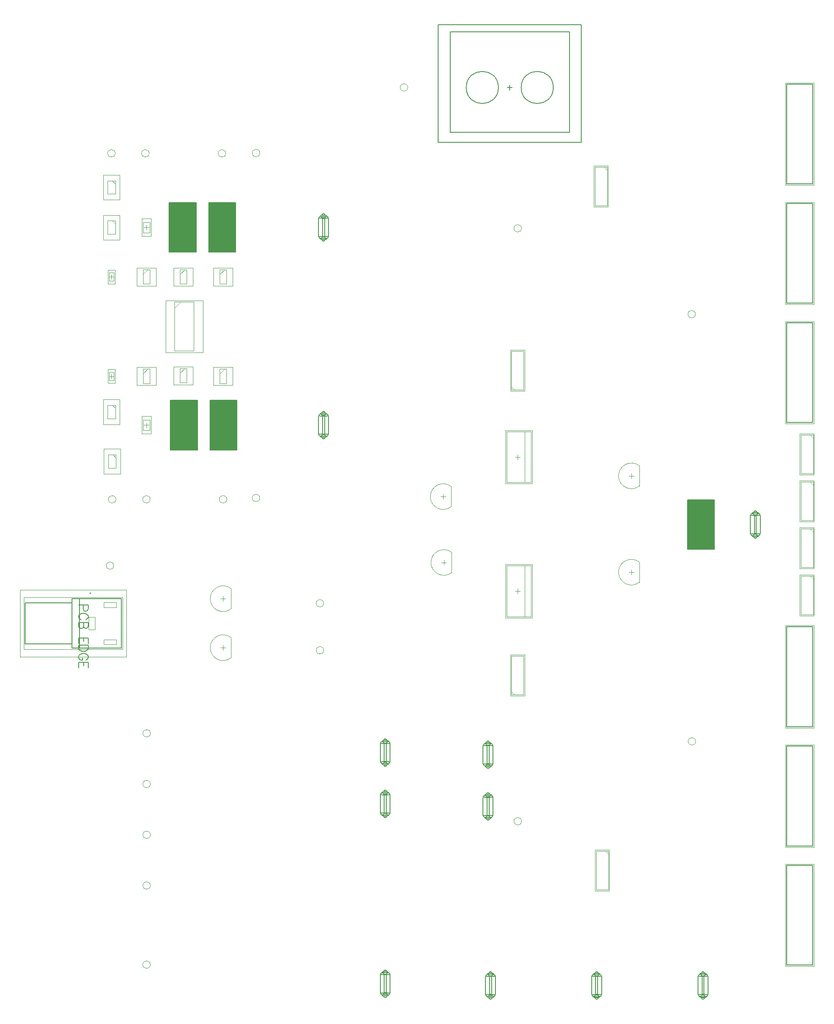
<source format=gko>
G04*
G04 #@! TF.GenerationSoftware,Altium Limited,Altium Designer,18.0.7 (293)*
G04*
G04 Layer_Color=16711935*
%FSLAX25Y25*%
%MOIN*%
G70*
G01*
G75*
%ADD10C,0.00500*%
%ADD11C,0.00600*%
%ADD12C,0.00787*%
%ADD18C,0.00394*%
%ADD24C,0.00000*%
%ADD25C,0.00781*%
%ADD26C,0.00300*%
%ADD27C,0.00197*%
G36*
X99150Y492640D02*
Y453140D01*
X77650D01*
Y492640D01*
X99150D01*
D02*
G37*
G36*
X98264Y650072D02*
Y610572D01*
X76764D01*
Y650072D01*
X98264D01*
D02*
G37*
G36*
X130646Y492640D02*
Y453140D01*
X109146D01*
Y492640D01*
X130646D01*
D02*
G37*
G36*
X129760Y650072D02*
Y610572D01*
X108260D01*
Y650072D01*
X129760D01*
D02*
G37*
G36*
X511000Y413402D02*
Y373902D01*
X489500D01*
Y413402D01*
X511000D01*
D02*
G37*
D10*
X568724Y122441D02*
X589197D01*
Y42913D02*
Y122441D01*
X568724Y42913D02*
X589197D01*
X568724D02*
Y122441D01*
X589197D01*
Y42913D02*
Y122441D01*
X568724Y42913D02*
X589197D01*
X568724D02*
Y122441D01*
Y744488D02*
X589197D01*
Y664961D02*
Y744488D01*
X568724Y664961D02*
X589197D01*
X568724D02*
Y744488D01*
X589197D01*
Y664961D02*
Y744488D01*
X568724Y664961D02*
X589197D01*
X568724D02*
Y744488D01*
Y312244D02*
X589197D01*
Y232717D02*
Y312244D01*
X568724Y232717D02*
X589197D01*
X568724D02*
Y312244D01*
X589197D01*
Y232717D02*
Y312244D01*
X568724Y232717D02*
X589197D01*
X568724D02*
Y312244D01*
Y554528D02*
X589197D01*
Y475000D02*
Y554528D01*
X568724Y475000D02*
X589197D01*
X568724D02*
Y554528D01*
X589197D01*
Y475000D02*
Y554528D01*
X568724Y475000D02*
X589197D01*
X568724D02*
Y554528D01*
Y217343D02*
X589197D01*
Y137815D02*
Y217343D01*
X568724Y137815D02*
X589197D01*
X568724D02*
Y217343D01*
X589197D01*
Y137815D02*
Y217343D01*
X568724Y137815D02*
X589197D01*
X568724D02*
Y217343D01*
Y649508D02*
X589197D01*
Y569980D02*
Y649508D01*
X568724Y569980D02*
X589197D01*
X568724D02*
Y649508D01*
X589197D01*
Y569980D02*
Y649508D01*
X568724Y569980D02*
X589197D01*
X568724D02*
Y649508D01*
X5217Y334646D02*
X38681D01*
X-689D02*
X5217D01*
X-689Y331299D02*
Y334646D01*
Y298622D02*
Y331299D01*
Y295276D02*
Y298622D01*
Y295276D02*
X5217D01*
X38681D01*
Y334646D01*
X-38091Y331299D02*
X-689D01*
X-38091Y298622D02*
Y331299D01*
Y298622D02*
X-689D01*
X5217Y295276D02*
Y334646D01*
X38681D01*
X-689D02*
X5217D01*
X-689Y331299D02*
Y334646D01*
Y298622D02*
Y331299D01*
Y295276D02*
Y298622D01*
Y295276D02*
X5217D01*
X38681D01*
Y334646D01*
X-38091Y331299D02*
X-689D01*
X-38091Y298622D02*
Y331299D01*
Y298622D02*
X-689D01*
X5217Y295276D02*
Y334646D01*
X329832Y17936D02*
G03*
X331824Y16881I1976J1321D01*
G01*
X333532Y16879D02*
G03*
X335506Y17917I11J2376D01*
G01*
X331823Y36564D02*
G03*
X329849Y35527I-11J-2376D01*
G01*
X335522Y35508D02*
G03*
X333530Y36563I-1976J-1321D01*
G01*
X328995Y34074D02*
G03*
X328729Y33809I87J-354D01*
G01*
X331878Y33883D02*
G03*
X328995Y34074I-4288J-43031D01*
G01*
X331878Y19560D02*
G03*
X328995Y19370I41749J-654584D01*
G01*
X328729Y19635D02*
G03*
X328995Y19370I357J92D01*
G01*
X333476Y33883D02*
G03*
X336360Y34074I-41797J655314D01*
G01*
X336626Y33809D02*
G03*
X336360Y34074I-357J-92D01*
G01*
X336360Y19370D02*
G03*
X336626Y19635I-87J354D01*
G01*
X333476Y19560D02*
G03*
X336360Y19370I4288J43031D01*
G01*
X331878Y19032D02*
G03*
X330617Y17864I3661J-5218D01*
G01*
X328729Y19635D02*
G03*
X330500Y17864I1772J0D01*
G01*
X336626Y33809D02*
G03*
X334854Y35580I-1772J0D01*
G01*
X330500D02*
G03*
X328729Y33809I0J-1772D01*
G01*
X334854Y17864D02*
G03*
X336626Y19635I0J1772D01*
G01*
X331496Y16879D02*
G03*
X333858Y16879I1181J0D01*
G01*
Y36564D02*
G03*
X331496Y36564I-1181J0D01*
G01*
X414387Y17935D02*
G03*
X416378Y16879I1976J1321D01*
G01*
X418086Y16878D02*
G03*
X420060Y17916I11J2376D01*
G01*
X416377Y36563D02*
G03*
X414403Y35525I-11J-2376D01*
G01*
X420077Y35506D02*
G03*
X418085Y36562I-1976J-1321D01*
G01*
X413549Y34072D02*
G03*
X413283Y33807I87J-354D01*
G01*
X416433Y33882D02*
G03*
X413549Y34072I-4288J-43031D01*
G01*
X416433Y19559D02*
G03*
X413549Y19369I41749J-654584D01*
G01*
X413283Y19634D02*
G03*
X413549Y19369I357J92D01*
G01*
X418031Y33882D02*
G03*
X420914Y34072I-41797J655314D01*
G01*
X421180Y33807D02*
G03*
X420914Y34072I-357J-92D01*
G01*
X420914Y19369D02*
G03*
X421180Y19634I-87J354D01*
G01*
X418031Y19559D02*
G03*
X420914Y19369I4288J43031D01*
G01*
X416433Y19030D02*
G03*
X415171Y17862I3661J-5218D01*
G01*
X413283Y19634D02*
G03*
X415055Y17862I1772J0D01*
G01*
X421180Y33807D02*
G03*
X419409Y35579I-1772J0D01*
G01*
X415055D02*
G03*
X413283Y33807I0J-1772D01*
G01*
X419409Y17862D02*
G03*
X421180Y19634I0J1772D01*
G01*
X416050Y16878D02*
G03*
X418413Y16878I1181J0D01*
G01*
Y36563D02*
G03*
X416050Y36563I-1181J0D01*
G01*
X245974Y19273D02*
G03*
X247966Y18218I1976J1321D01*
G01*
X249673Y18216D02*
G03*
X251647Y19254I11J2376D01*
G01*
X247965Y37901D02*
G03*
X245991Y36864I-11J-2376D01*
G01*
X251664Y36845D02*
G03*
X249672Y37900I-1976J-1321D01*
G01*
X245137Y35411D02*
G03*
X244870Y35146I87J-354D01*
G01*
X248020Y35220D02*
G03*
X245137Y35411I-4288J-43031D01*
G01*
X248020Y20898D02*
G03*
X245137Y20707I41749J-654584D01*
G01*
X244870Y20972D02*
G03*
X245137Y20707I357J92D01*
G01*
X249618Y35220D02*
G03*
X252501Y35411I-41797J655314D01*
G01*
X252767Y35146D02*
G03*
X252501Y35411I-357J-92D01*
G01*
X252501Y20707D02*
G03*
X252767Y20972I-87J354D01*
G01*
X249618Y20898D02*
G03*
X252501Y20707I4288J43031D01*
G01*
X248020Y20369D02*
G03*
X246758Y19201I3661J-5218D01*
G01*
X244870Y20972D02*
G03*
X246642Y19201I1772J0D01*
G01*
X252767Y35146D02*
G03*
X250996Y36917I-1772J0D01*
G01*
X246642D02*
G03*
X244870Y35146I0J-1772D01*
G01*
X250996Y19201D02*
G03*
X252767Y20972I0J1772D01*
G01*
X247638Y18216D02*
G03*
X250000Y18216I1181J0D01*
G01*
Y37901D02*
G03*
X247638Y37901I-1181J0D01*
G01*
X327864Y201610D02*
G03*
X329855Y200554I1976J1321D01*
G01*
X331563Y200553D02*
G03*
X333537Y201590I11J2376D01*
G01*
X329854Y220238D02*
G03*
X327880Y219200I-11J-2376D01*
G01*
X333554Y219181D02*
G03*
X331562Y220236I-1976J-1321D01*
G01*
X327026Y217747D02*
G03*
X326760Y217482I87J-354D01*
G01*
X329910Y217557D02*
G03*
X327026Y217747I-4288J-43031D01*
G01*
X329910Y203234D02*
G03*
X327026Y203044I41749J-654584D01*
G01*
X326760Y203309D02*
G03*
X327026Y203044I357J92D01*
G01*
X331508Y217557D02*
G03*
X334391Y217747I-41797J655314D01*
G01*
X334657Y217482D02*
G03*
X334391Y217747I-357J-92D01*
G01*
X334391Y203044D02*
G03*
X334657Y203309I-87J354D01*
G01*
X331508Y203234D02*
G03*
X334391Y203044I4288J43031D01*
G01*
X329910Y202705D02*
G03*
X328648Y201537I3661J-5218D01*
G01*
X326760Y203309D02*
G03*
X328532Y201537I1772J0D01*
G01*
X334657Y217482D02*
G03*
X332886Y219253I-1772J0D01*
G01*
X328532D02*
G03*
X326760Y217482I0J-1772D01*
G01*
X332886Y201537D02*
G03*
X334657Y203309I0J1772D01*
G01*
X329528Y200553D02*
G03*
X331890Y200553I1181J0D01*
G01*
Y220238D02*
G03*
X329528Y220238I-1181J0D01*
G01*
X245974Y203340D02*
G03*
X247966Y202285I1976J1321D01*
G01*
X249673Y202283D02*
G03*
X251647Y203321I11J2376D01*
G01*
X247965Y221969D02*
G03*
X245991Y220931I-11J-2376D01*
G01*
X251664Y220912D02*
G03*
X249672Y221967I-1976J-1321D01*
G01*
X245137Y219478D02*
G03*
X244870Y219213I87J-354D01*
G01*
X248020Y219287D02*
G03*
X245137Y219478I-4288J-43031D01*
G01*
X248020Y204964D02*
G03*
X245137Y204774I41749J-654584D01*
G01*
X244870Y205039D02*
G03*
X245137Y204774I357J92D01*
G01*
X249618Y219287D02*
G03*
X252501Y219478I-41797J655314D01*
G01*
X252767Y219213D02*
G03*
X252501Y219478I-357J-92D01*
G01*
X252501Y204774D02*
G03*
X252767Y205039I-87J354D01*
G01*
X249618Y204964D02*
G03*
X252501Y204774I4288J43031D01*
G01*
X248020Y204436D02*
G03*
X246758Y203268I3661J-5218D01*
G01*
X244870Y205039D02*
G03*
X246642Y203268I1772J0D01*
G01*
X252767Y219213D02*
G03*
X250996Y220984I-1772J0D01*
G01*
X246642D02*
G03*
X244870Y219213I0J-1772D01*
G01*
X250996Y203268D02*
G03*
X252767Y205039I0J1772D01*
G01*
X247638Y202283D02*
G03*
X250000Y202283I1181J0D01*
G01*
Y221969D02*
G03*
X247638Y221969I-1181J0D01*
G01*
X202511Y481676D02*
G03*
X200519Y482731I-1976J-1321D01*
G01*
X198811Y482733D02*
G03*
X196837Y481695I-11J-2376D01*
G01*
X200520Y463048D02*
G03*
X202494Y464085I11J2376D01*
G01*
X196821Y464105D02*
G03*
X198813Y463049I1976J1321D01*
G01*
X203348Y465539D02*
G03*
X203614Y465804I-87J354D01*
G01*
X200465Y465729D02*
G03*
X203348Y465539I4288J43031D01*
G01*
X200465Y480052D02*
G03*
X203348Y480242I-41749J654584D01*
G01*
X203614Y479977D02*
G03*
X203348Y480242I-357J-92D01*
G01*
X198867Y465729D02*
G03*
X195983Y465539I41797J-655314D01*
G01*
X195717Y465804D02*
G03*
X195983Y465539I357J92D01*
G01*
X195983Y480242D02*
G03*
X195717Y479977I87J-354D01*
G01*
X198867Y480052D02*
G03*
X195983Y480242I-4288J-43031D01*
G01*
X200465Y480580D02*
G03*
X201726Y481748I-3661J5218D01*
G01*
X203614Y479977D02*
G03*
X201843Y481748I-1772J0D01*
G01*
X195717Y465803D02*
G03*
X197489Y464032I1772J0D01*
G01*
X201843D02*
G03*
X203614Y465803I0J1772D01*
G01*
X197489Y481748D02*
G03*
X195717Y479977I0J-1772D01*
G01*
X200847Y482733D02*
G03*
X198485Y482733I-1181J0D01*
G01*
Y463048D02*
G03*
X200847Y463048I1181J0D01*
G01*
X196821Y621536D02*
G03*
X198813Y620481I1976J1321D01*
G01*
X200520Y620479D02*
G03*
X202494Y621517I11J2376D01*
G01*
X198811Y640165D02*
G03*
X196837Y639127I-11J-2376D01*
G01*
X202511Y639108D02*
G03*
X200519Y640163I-1976J-1321D01*
G01*
X195983Y637674D02*
G03*
X195717Y637409I87J-354D01*
G01*
X198867Y637484D02*
G03*
X195983Y637674I-4288J-43031D01*
G01*
X198867Y623161D02*
G03*
X195983Y622970I41749J-654584D01*
G01*
X195717Y623236D02*
G03*
X195983Y622970I357J92D01*
G01*
X200465Y637484D02*
G03*
X203348Y637674I-41797J655314D01*
G01*
X203614Y637409D02*
G03*
X203348Y637674I-357J-92D01*
G01*
X203348Y622970D02*
G03*
X203614Y623236I-87J354D01*
G01*
X200465Y623161D02*
G03*
X203348Y622970I4288J43031D01*
G01*
X198867Y622632D02*
G03*
X197605Y621464I3661J-5218D01*
G01*
X195717Y623236D02*
G03*
X197489Y621464I1772J0D01*
G01*
X203614Y637409D02*
G03*
X201843Y639180I-1772J0D01*
G01*
X197489D02*
G03*
X195717Y637409I0J-1772D01*
G01*
X201843Y621464D02*
G03*
X203614Y623236I0J1772D01*
G01*
X198485Y620479D02*
G03*
X200847Y620479I1181J0D01*
G01*
Y640165D02*
G03*
X198485Y640165I-1181J0D01*
G01*
X245973Y162474D02*
G03*
X247965Y161419I1976J1321D01*
G01*
X249673Y161417D02*
G03*
X251647Y162455I11J2376D01*
G01*
X247964Y181102D02*
G03*
X245990Y180065I-11J-2376D01*
G01*
X251663Y180045D02*
G03*
X249671Y181101I-1976J-1321D01*
G01*
X245136Y178612D02*
G03*
X244870Y178347I87J-354D01*
G01*
X248019Y178421D02*
G03*
X245136Y178612I-4288J-43031D01*
G01*
X248019Y164098D02*
G03*
X245136Y163908I41749J-654584D01*
G01*
X244870Y164173D02*
G03*
X245136Y163908I357J92D01*
G01*
X249617Y178421D02*
G03*
X252501Y178612I-41797J655314D01*
G01*
X252767Y178347D02*
G03*
X252501Y178612I-357J-92D01*
G01*
X252501Y163908D02*
G03*
X252767Y164173I-87J354D01*
G01*
X249617Y164098D02*
G03*
X252501Y163908I4288J43031D01*
G01*
X248019Y163570D02*
G03*
X246758Y162402I3661J-5218D01*
G01*
X244870Y164173D02*
G03*
X246641Y162402I1772J0D01*
G01*
X252767Y178347D02*
G03*
X250995Y180118I-1772J0D01*
G01*
X246641D02*
G03*
X244870Y178347I0J-1772D01*
G01*
X250995Y162402D02*
G03*
X252767Y164173I0J1772D01*
G01*
X247637Y161417D02*
G03*
X249999Y161417I1181J0D01*
G01*
Y181102D02*
G03*
X247637Y181102I-1181J0D01*
G01*
X327864Y160506D02*
G03*
X329855Y159450I1976J1321D01*
G01*
X331563Y159449D02*
G03*
X333537Y160487I11J2376D01*
G01*
X329854Y179134D02*
G03*
X327880Y178096I-11J-2376D01*
G01*
X333554Y178077D02*
G03*
X331562Y179133I-1976J-1321D01*
G01*
X327026Y176643D02*
G03*
X326760Y176378I87J-354D01*
G01*
X329909Y176453D02*
G03*
X327026Y176643I-4288J-43031D01*
G01*
X329909Y162130D02*
G03*
X327026Y161940I41749J-654584D01*
G01*
X326760Y162205D02*
G03*
X327026Y161940I357J92D01*
G01*
X331507Y176453D02*
G03*
X334391Y176643I-41797J655314D01*
G01*
X334657Y176378D02*
G03*
X334391Y176643I-357J-92D01*
G01*
X334391Y161940D02*
G03*
X334657Y162205I-87J354D01*
G01*
X331507Y162130D02*
G03*
X334391Y161940I4288J43031D01*
G01*
X329909Y161601D02*
G03*
X328648Y160433I3661J-5218D01*
G01*
X326760Y162205D02*
G03*
X328532Y160433I1772J0D01*
G01*
X334657Y176378D02*
G03*
X332886Y178150I-1772J0D01*
G01*
X328532D02*
G03*
X326760Y176378I0J-1772D01*
G01*
X332886Y160433D02*
G03*
X334657Y162205I0J1772D01*
G01*
X329527Y159449D02*
G03*
X331890Y159449I1181J0D01*
G01*
Y179134D02*
G03*
X329527Y179134I-1181J0D01*
G01*
X499124Y17935D02*
G03*
X501115Y16879I1976J1321D01*
G01*
X502823Y16878D02*
G03*
X504797Y17916I11J2376D01*
G01*
X501114Y36563D02*
G03*
X499140Y35525I-11J-2376D01*
G01*
X504813Y35506D02*
G03*
X502822Y36562I-1976J-1321D01*
G01*
X498286Y34072D02*
G03*
X498020Y33807I87J-354D01*
G01*
X501169Y33882D02*
G03*
X498286Y34072I-4288J-43031D01*
G01*
X501169Y19559D02*
G03*
X498286Y19369I41749J-654584D01*
G01*
X498020Y19634D02*
G03*
X498286Y19369I357J92D01*
G01*
X502768Y33882D02*
G03*
X505651Y34072I-41797J655314D01*
G01*
X505917Y33807D02*
G03*
X505651Y34072I-357J-92D01*
G01*
X505651Y19369D02*
G03*
X505917Y19634I-87J354D01*
G01*
X502768Y19559D02*
G03*
X505651Y19369I4288J43031D01*
G01*
X501169Y19030D02*
G03*
X499908Y17862I3661J-5218D01*
G01*
X498020Y19634D02*
G03*
X499792Y17862I1772J0D01*
G01*
X505917Y33807D02*
G03*
X504145Y35579I-1772J0D01*
G01*
X499792D02*
G03*
X498020Y33807I0J-1772D01*
G01*
X504145Y17862D02*
G03*
X505917Y19634I0J1772D01*
G01*
X500787Y16878D02*
G03*
X503150Y16878I1181J0D01*
G01*
Y36563D02*
G03*
X500787Y36563I-1181J0D01*
G01*
X540791Y384915D02*
G03*
X542782Y383859I1976J1321D01*
G01*
X544490Y383858D02*
G03*
X546464Y384896I11J2376D01*
G01*
X542781Y403543D02*
G03*
X540807Y402506I-11J-2376D01*
G01*
X546480Y402486D02*
G03*
X544489Y403542I-1976J-1321D01*
G01*
X539953Y401053D02*
G03*
X539687Y400787I87J-354D01*
G01*
X542837Y400862D02*
G03*
X539953Y401053I-4288J-43031D01*
G01*
X542837Y386539D02*
G03*
X539953Y386349I41749J-654584D01*
G01*
X539687Y386614D02*
G03*
X539953Y386349I357J92D01*
G01*
X544434Y400862D02*
G03*
X547318Y401053I-41797J655314D01*
G01*
X547584Y400787D02*
G03*
X547318Y401053I-357J-92D01*
G01*
X547318Y386349D02*
G03*
X547584Y386614I-87J354D01*
G01*
X544434Y386539D02*
G03*
X547318Y386349I4288J43031D01*
G01*
X542837Y386011D02*
G03*
X541575Y384842I3661J-5218D01*
G01*
X539687Y386614D02*
G03*
X541459Y384842I1772J0D01*
G01*
X547584Y400787D02*
G03*
X545812Y402559I-1772J0D01*
G01*
X541459D02*
G03*
X539687Y400787I0J-1772D01*
G01*
X545812Y384842D02*
G03*
X547584Y386614I0J1772D01*
G01*
X542454Y383858D02*
G03*
X544817Y383858I1181J0D01*
G01*
Y403543D02*
G03*
X542454Y403543I-1181J0D01*
G01*
X335522Y17935D02*
X335540Y17962D01*
X335599Y18042D01*
X329760Y18037D02*
X329828Y17943D01*
X329832Y17936D01*
X329815Y35482D02*
X329832Y35510D01*
X329755Y35402D02*
X329815Y35482D01*
X335526Y35501D02*
X335595Y35407D01*
X335522Y35508D02*
X335526Y35501D01*
X333476Y34412D02*
X333554Y34423D01*
X333646Y34465D01*
X333745Y34540D01*
X333830Y34622D01*
X334051Y34885D01*
X334239Y35125D01*
X334407Y35330D01*
X334555Y35481D01*
X334655Y35555D01*
X334738Y35580D01*
X330617D02*
X330722Y35541D01*
X330861Y35423D01*
X331045Y35214D01*
X331273Y34924D01*
X331391Y34775D01*
X331526Y34621D01*
X331621Y34530D01*
X331740Y34448D01*
X331817Y34419D01*
X331878Y34412D01*
X334689Y17873D02*
X334738Y17864D01*
X334632Y17903D02*
X334689Y17873D01*
X334567Y17952D02*
X334632Y17903D01*
X334493Y18021D02*
X334567Y17952D01*
X334406Y18115D02*
X334493Y18021D01*
X334309Y18230D02*
X334406Y18115D01*
X334201Y18366D02*
X334309Y18230D01*
X334082Y18520D02*
X334201Y18366D01*
X333964Y18668D02*
X334082Y18520D01*
X333828Y18823D02*
X333964Y18668D01*
X333783Y18869D02*
X333828Y18823D01*
X333733Y18914D02*
X333783Y18869D01*
X333678Y18958D02*
X333733Y18914D01*
X333614Y18996D02*
X333678Y18958D01*
X333577Y19013D02*
X333614Y18996D01*
X333537Y19025D02*
X333577Y19013D01*
X333507Y19030D02*
X333537Y19025D01*
X333476Y19032D02*
X333507Y19030D01*
X331824Y16881D02*
X333531Y16879D01*
X331823Y36564D02*
X333530Y36563D01*
X331878Y19032D02*
Y34412D01*
X328729Y19635D02*
Y33809D01*
X336626Y19635D02*
Y33809D01*
X333476Y19032D02*
Y34412D01*
X331878Y33883D02*
X333476D01*
X331878Y19561D02*
X333476D01*
X331878Y19032D02*
X333476D01*
X331878Y34412D02*
X333476D01*
X330500Y35580D02*
X334854D01*
X330500Y17864D02*
X334854D01*
X420076Y17934D02*
X420094Y17961D01*
X420154Y18041D01*
X414314Y18035D02*
X414382Y17942D01*
X414387Y17935D01*
X414369Y35480D02*
X414386Y35508D01*
X414310Y35400D02*
X414369Y35480D01*
X420081Y35500D02*
X420149Y35406D01*
X420077Y35506D02*
X420081Y35500D01*
X418031Y34411D02*
X418108Y34422D01*
X418200Y34464D01*
X418300Y34538D01*
X418384Y34620D01*
X418605Y34883D01*
X418793Y35124D01*
X418962Y35329D01*
X419109Y35479D01*
X419209Y35553D01*
X419292Y35579D01*
X415171D02*
X415276Y35540D01*
X415415Y35421D01*
X415599Y35212D01*
X415827Y34923D01*
X415945Y34774D01*
X416080Y34620D01*
X416176Y34528D01*
X416295Y34446D01*
X416372Y34418D01*
X416433Y34411D01*
X419244Y17872D02*
X419292Y17862D01*
X419187Y17901D02*
X419244Y17872D01*
X419121Y17951D02*
X419187Y17901D01*
X419048Y18020D02*
X419121Y17951D01*
X418960Y18114D02*
X419048Y18020D01*
X418864Y18229D02*
X418960Y18114D01*
X418756Y18365D02*
X418864Y18229D01*
X418636Y18518D02*
X418756Y18365D01*
X418518Y18666D02*
X418636Y18518D01*
X418383Y18822D02*
X418518Y18666D01*
X418337Y18868D02*
X418383Y18822D01*
X418288Y18913D02*
X418337Y18868D01*
X418232Y18956D02*
X418288Y18913D01*
X418168Y18995D02*
X418232Y18956D01*
X418132Y19011D02*
X418168Y18995D01*
X418091Y19024D02*
X418132Y19011D01*
X418062Y19029D02*
X418091Y19024D01*
X418031Y19030D02*
X418062Y19029D01*
X416378Y16879D02*
X418086Y16878D01*
X416377Y36563D02*
X418085Y36562D01*
X416433Y19030D02*
Y34411D01*
X413283Y19634D02*
Y33807D01*
X421180Y19634D02*
Y33807D01*
X418031Y19030D02*
Y34411D01*
X416433Y33882D02*
X418031D01*
X416433Y19559D02*
X418031D01*
X416433Y19030D02*
X418031D01*
X416433Y34411D02*
X418031D01*
X415055Y35579D02*
X419409D01*
X415055Y17862D02*
X419409D01*
X251663Y19272D02*
X251682Y19299D01*
X251741Y19379D01*
X245902Y19374D02*
X245970Y19280D01*
X245974Y19273D01*
X245956Y36819D02*
X245973Y36847D01*
X245897Y36739D02*
X245956Y36819D01*
X251668Y36838D02*
X251736Y36744D01*
X251664Y36845D02*
X251668Y36838D01*
X249618Y35749D02*
X249696Y35760D01*
X249788Y35802D01*
X249887Y35876D01*
X249971Y35959D01*
X250193Y36222D01*
X250380Y36462D01*
X250549Y36667D01*
X250696Y36818D01*
X250797Y36892D01*
X250879Y36917D01*
X246758D02*
X246864Y36878D01*
X247003Y36760D01*
X247187Y36551D01*
X247414Y36261D01*
X247532Y36112D01*
X247668Y35958D01*
X247763Y35867D01*
X247882Y35785D01*
X247959Y35756D01*
X248020Y35749D01*
X250831Y19210D02*
X250879Y19201D01*
X250774Y19240D02*
X250831Y19210D01*
X250709Y19289D02*
X250774Y19240D01*
X250635Y19358D02*
X250709Y19289D01*
X250548Y19452D02*
X250635Y19358D01*
X250451Y19567D02*
X250548Y19452D01*
X250343Y19703D02*
X250451Y19567D01*
X250223Y19857D02*
X250343Y19703D01*
X250106Y20005D02*
X250223Y19857D01*
X249970Y20160D02*
X250106Y20005D01*
X249925Y20206D02*
X249970Y20160D01*
X249875Y20251D02*
X249925Y20206D01*
X249819Y20295D02*
X249875Y20251D01*
X249756Y20333D02*
X249819Y20295D01*
X249719Y20350D02*
X249756Y20333D01*
X249679Y20362D02*
X249719Y20350D01*
X249649Y20367D02*
X249679Y20362D01*
X249618Y20369D02*
X249649Y20367D01*
X247966Y18218D02*
X249673Y18216D01*
X247965Y37901D02*
X249672Y37900D01*
X248020Y20369D02*
Y35749D01*
X244870Y20972D02*
Y35146D01*
X252768Y20972D02*
Y35146D01*
X249618Y20369D02*
Y35749D01*
X248020Y35220D02*
X249618D01*
X248020Y20897D02*
X249618D01*
X248020Y20369D02*
X249618D01*
X248020Y35749D02*
X249618D01*
X246642Y36917D02*
X250996D01*
X246642Y19201D02*
X250996D01*
X333553Y201608D02*
X333571Y201635D01*
X333631Y201715D01*
X327791Y201710D02*
X327859Y201616D01*
X327864Y201610D01*
X327846Y219155D02*
X327863Y219183D01*
X327787Y219075D02*
X327846Y219155D01*
X333558Y219174D02*
X333626Y219081D01*
X333554Y219181D02*
X333558Y219174D01*
X331508Y218085D02*
X331585Y218097D01*
X331677Y218139D01*
X331777Y218213D01*
X331861Y218295D01*
X332082Y218558D01*
X332270Y218799D01*
X332439Y219004D01*
X332586Y219154D01*
X332687Y219228D01*
X332769Y219253D01*
X328648D02*
X328753Y219214D01*
X328893Y219096D01*
X329077Y218887D01*
X329304Y218597D01*
X329422Y218448D01*
X329557Y218294D01*
X329653Y218203D01*
X329772Y218121D01*
X329849Y218092D01*
X329910Y218085D01*
X332721Y201547D02*
X332769Y201537D01*
X332664Y201576D02*
X332721Y201547D01*
X332598Y201626D02*
X332664Y201576D01*
X332525Y201695D02*
X332598Y201626D01*
X332437Y201789D02*
X332525Y201695D01*
X332341Y201903D02*
X332437Y201789D01*
X332233Y202039D02*
X332341Y201903D01*
X332113Y202193D02*
X332233Y202039D01*
X331996Y202341D02*
X332113Y202193D01*
X331860Y202496D02*
X331996Y202341D01*
X331814Y202542D02*
X331860Y202496D01*
X331765Y202588D02*
X331814Y202542D01*
X331709Y202631D02*
X331765Y202588D01*
X331646Y202670D02*
X331709Y202631D01*
X331609Y202686D02*
X331646Y202670D01*
X331569Y202698D02*
X331609Y202686D01*
X331539Y202703D02*
X331569Y202698D01*
X331508Y202705D02*
X331539Y202703D01*
X329856Y200554D02*
X331563Y200553D01*
X329854Y220238D02*
X331562Y220236D01*
X329910Y202705D02*
Y218085D01*
X326760Y203309D02*
Y217482D01*
X334657Y203309D02*
Y217482D01*
X331508Y202705D02*
Y218085D01*
X329910Y217557D02*
X331508D01*
X329910Y203234D02*
X331508D01*
X329910Y202705D02*
X331508D01*
X329910Y218085D02*
X331508D01*
X328532Y219253D02*
X332886D01*
X328532Y201537D02*
X332886D01*
X251663Y203339D02*
X251682Y203366D01*
X251741Y203446D01*
X245902Y203441D02*
X245970Y203347D01*
X245974Y203340D01*
X245956Y220886D02*
X245973Y220914D01*
X245897Y220806D02*
X245956Y220886D01*
X251668Y220905D02*
X251736Y220811D01*
X251664Y220912D02*
X251668Y220905D01*
X249618Y219816D02*
X249696Y219827D01*
X249788Y219869D01*
X249887Y219943D01*
X249971Y220026D01*
X250193Y220289D01*
X250380Y220529D01*
X250549Y220734D01*
X250696Y220885D01*
X250797Y220959D01*
X250879Y220984D01*
X246758D02*
X246864Y220945D01*
X247003Y220827D01*
X247187Y220618D01*
X247414Y220328D01*
X247532Y220179D01*
X247668Y220025D01*
X247763Y219934D01*
X247882Y219852D01*
X247959Y219823D01*
X248020Y219816D01*
X250831Y203277D02*
X250879Y203268D01*
X250774Y203307D02*
X250831Y203277D01*
X250709Y203356D02*
X250774Y203307D01*
X250635Y203425D02*
X250709Y203356D01*
X250548Y203519D02*
X250635Y203425D01*
X250451Y203634D02*
X250548Y203519D01*
X250343Y203770D02*
X250451Y203634D01*
X250223Y203924D02*
X250343Y203770D01*
X250106Y204072D02*
X250223Y203924D01*
X249970Y204227D02*
X250106Y204072D01*
X249925Y204273D02*
X249970Y204227D01*
X249875Y204318D02*
X249925Y204273D01*
X249819Y204362D02*
X249875Y204318D01*
X249756Y204400D02*
X249819Y204362D01*
X249719Y204417D02*
X249756Y204400D01*
X249679Y204429D02*
X249719Y204417D01*
X249649Y204434D02*
X249679Y204429D01*
X249618Y204436D02*
X249649Y204434D01*
X247966Y202285D02*
X249673Y202283D01*
X247965Y221968D02*
X249672Y221967D01*
X248020Y204436D02*
Y219816D01*
X244870Y205039D02*
Y219213D01*
X252768Y205039D02*
Y219213D01*
X249618Y204436D02*
Y219816D01*
X248020Y219287D02*
X249618D01*
X248020Y204965D02*
X249618D01*
X248020Y204436D02*
X249618D01*
X248020Y219816D02*
X249618D01*
X246642Y220984D02*
X250996D01*
X246642Y203268D02*
X250996D01*
X196803Y481650D02*
X196821Y481677D01*
X196744Y481570D02*
X196803Y481650D01*
X202515Y481669D02*
X202583Y481575D01*
X202511Y481676D02*
X202515Y481669D01*
X202511Y464102D02*
X202528Y464130D01*
X202588Y464210D01*
X196748Y464205D02*
X196816Y464111D01*
X196821Y464105D01*
X198789Y465189D02*
X198867Y465200D01*
X198697Y465147D02*
X198789Y465189D01*
X198597Y465073D02*
X198697Y465147D01*
X198513Y464990D02*
X198597Y465073D01*
X198292Y464727D02*
X198513Y464990D01*
X198104Y464487D02*
X198292Y464727D01*
X197935Y464282D02*
X198104Y464487D01*
X197788Y464131D02*
X197935Y464282D01*
X197688Y464058D02*
X197788Y464131D01*
X197605Y464032D02*
X197688Y464058D01*
X201621Y464071D02*
X201726Y464032D01*
X201482Y464189D02*
X201621Y464071D01*
X201298Y464398D02*
X201482Y464189D01*
X201070Y464688D02*
X201298Y464398D01*
X200952Y464837D02*
X201070Y464688D01*
X200817Y464991D02*
X200952Y464837D01*
X200722Y465083D02*
X200817Y464991D01*
X200603Y465165D02*
X200722Y465083D01*
X200526Y465193D02*
X200603Y465165D01*
X200465Y465200D02*
X200526Y465193D01*
X197605Y481748D02*
X197654Y481739D01*
X197710Y481709D01*
X197776Y481660D01*
X197850Y481591D01*
X197937Y481497D01*
X198034Y481382D01*
X198142Y481246D01*
X198261Y481092D01*
X198379Y480944D01*
X198514Y480789D01*
X198560Y480743D01*
X198610Y480698D01*
X198665Y480654D01*
X198729Y480616D01*
X198766Y480600D01*
X198806Y480587D01*
X198836Y480582D01*
X198867Y480580D01*
X198811Y482733D02*
X200519Y482731D01*
X198813Y463049D02*
X200520Y463048D01*
X200465Y465200D02*
Y480580D01*
X203614Y465804D02*
Y479977D01*
X195717Y465804D02*
Y479977D01*
X198867Y465200D02*
Y480580D01*
Y465729D02*
X200465D01*
X198867Y480052D02*
X200465D01*
X198867Y480580D02*
X200465D01*
X198867Y465200D02*
X200465D01*
X197489Y464032D02*
X201843D01*
X197489Y481748D02*
X201843D01*
X202510Y621535D02*
X202528Y621562D01*
X202588Y621642D01*
X196748Y621637D02*
X196816Y621543D01*
X196821Y621536D01*
X196803Y639082D02*
X196820Y639110D01*
X196744Y639002D02*
X196803Y639082D01*
X202515Y639101D02*
X202583Y639007D01*
X202511Y639108D02*
X202515Y639101D01*
X200465Y638012D02*
X200542Y638024D01*
X200634Y638065D01*
X200734Y638140D01*
X200818Y638222D01*
X201039Y638485D01*
X201227Y638725D01*
X201396Y638930D01*
X201543Y639081D01*
X201644Y639155D01*
X201726Y639180D01*
X197605D02*
X197710Y639141D01*
X197850Y639023D01*
X198034Y638814D01*
X198261Y638524D01*
X198379Y638375D01*
X198514Y638221D01*
X198610Y638130D01*
X198729Y638048D01*
X198806Y638019D01*
X198867Y638012D01*
X201678Y621474D02*
X201726Y621464D01*
X201621Y621503D02*
X201678Y621474D01*
X201555Y621552D02*
X201621Y621503D01*
X201482Y621621D02*
X201555Y621552D01*
X201394Y621716D02*
X201482Y621621D01*
X201298Y621830D02*
X201394Y621716D01*
X201190Y621966D02*
X201298Y621830D01*
X201070Y622120D02*
X201190Y621966D01*
X200953Y622268D02*
X201070Y622120D01*
X200817Y622423D02*
X200953Y622268D01*
X200771Y622469D02*
X200817Y622423D01*
X200722Y622514D02*
X200771Y622469D01*
X200666Y622558D02*
X200722Y622514D01*
X200603Y622596D02*
X200666Y622558D01*
X200566Y622613D02*
X200603Y622596D01*
X200526Y622625D02*
X200566Y622613D01*
X200496Y622630D02*
X200526Y622625D01*
X200465Y622632D02*
X200496Y622630D01*
X198813Y620481D02*
X200520Y620480D01*
X198811Y640165D02*
X200519Y640163D01*
X198867Y622632D02*
Y638012D01*
X195717Y623235D02*
Y637409D01*
X203614Y623235D02*
Y637409D01*
X200465Y622632D02*
Y638012D01*
X198867Y637484D02*
X200465D01*
X198867Y623161D02*
X200465D01*
X198867Y622632D02*
X200465D01*
X198867Y638012D02*
X200465D01*
X197489Y639180D02*
X201843D01*
X197489Y621464D02*
X201843D01*
X251663Y162473D02*
X251681Y162500D01*
X251740Y162580D01*
X245901Y162575D02*
X245969Y162481D01*
X245973Y162474D01*
X245956Y180020D02*
X245973Y180048D01*
X245896Y179940D02*
X245956Y180020D01*
X251668Y180039D02*
X251736Y179945D01*
X251663Y180045D02*
X251668Y180039D01*
X249617Y178950D02*
X249695Y178961D01*
X249787Y179003D01*
X249886Y179077D01*
X249971Y179160D01*
X250192Y179423D01*
X250380Y179663D01*
X250549Y179868D01*
X250696Y180019D01*
X250796Y180092D01*
X250879Y180118D01*
X246758D02*
X246863Y180079D01*
X247002Y179961D01*
X247186Y179752D01*
X247414Y179462D01*
X247532Y179313D01*
X247667Y179159D01*
X247762Y179067D01*
X247881Y178985D01*
X247958Y178957D01*
X248019Y178950D01*
X250830Y162411D02*
X250879Y162402D01*
X250774Y162441D02*
X250830Y162411D01*
X250708Y162490D02*
X250774Y162441D01*
X250634Y162559D02*
X250708Y162490D01*
X250547Y162653D02*
X250634Y162559D01*
X250450Y162768D02*
X250547Y162653D01*
X250342Y162904D02*
X250450Y162768D01*
X250223Y163058D02*
X250342Y162904D01*
X250105Y163206D02*
X250223Y163058D01*
X249970Y163361D02*
X250105Y163206D01*
X249924Y163407D02*
X249970Y163361D01*
X249874Y163452D02*
X249924Y163407D01*
X249819Y163496D02*
X249874Y163452D01*
X249755Y163534D02*
X249819Y163496D01*
X249718Y163550D02*
X249755Y163534D01*
X249678Y163563D02*
X249718Y163550D01*
X249648Y163568D02*
X249678Y163563D01*
X249617Y163570D02*
X249648Y163568D01*
X247965Y161419D02*
X249673Y161417D01*
X247964Y181102D02*
X249671Y181101D01*
X248019Y163570D02*
Y178950D01*
X244870Y164173D02*
Y178346D01*
X252767Y164173D02*
Y178346D01*
X249617Y163570D02*
Y178950D01*
X248019Y178421D02*
X249617D01*
X248019Y164098D02*
X249617D01*
X248019Y163570D02*
X249617D01*
X248019Y178950D02*
X249617D01*
X246641Y180118D02*
X250995D01*
X246641Y162402D02*
X250995D01*
X333553Y160505D02*
X333571Y160532D01*
X333630Y160612D01*
X327791Y160606D02*
X327859Y160512D01*
X327864Y160506D01*
X327846Y178051D02*
X327863Y178079D01*
X327787Y177971D02*
X327846Y178051D01*
X333558Y178071D02*
X333626Y177977D01*
X333553Y178077D02*
X333558Y178071D01*
X331508Y176981D02*
X331585Y176993D01*
X331677Y177035D01*
X331777Y177109D01*
X331861Y177192D01*
X332082Y177454D01*
X332270Y177695D01*
X332439Y177900D01*
X332586Y178050D01*
X332686Y178124D01*
X332769Y178150D01*
X328648D02*
X328753Y178111D01*
X328892Y177992D01*
X329076Y177783D01*
X329304Y177494D01*
X329422Y177345D01*
X329557Y177190D01*
X329652Y177099D01*
X329772Y177017D01*
X329849Y176989D01*
X329910Y176981D01*
X332721Y160443D02*
X332769Y160433D01*
X332664Y160472D02*
X332721Y160443D01*
X332598Y160522D02*
X332664Y160472D01*
X332525Y160591D02*
X332598Y160522D01*
X332437Y160685D02*
X332525Y160591D01*
X332341Y160800D02*
X332437Y160685D01*
X332233Y160936D02*
X332341Y160800D01*
X332113Y161089D02*
X332233Y160936D01*
X331995Y161237D02*
X332113Y161089D01*
X331860Y161393D02*
X331995Y161237D01*
X331814Y161439D02*
X331860Y161393D01*
X331765Y161484D02*
X331814Y161439D01*
X331709Y161527D02*
X331765Y161484D01*
X331645Y161566D02*
X331709Y161527D01*
X331609Y161582D02*
X331645Y161566D01*
X331568Y161594D02*
X331609Y161582D01*
X331539Y161600D02*
X331568Y161594D01*
X331508Y161601D02*
X331539Y161600D01*
X329855Y159450D02*
X331563Y159449D01*
X329854Y179134D02*
X331562Y179133D01*
X329910Y161601D02*
Y176981D01*
X326760Y162205D02*
Y176378D01*
X334657Y162205D02*
Y176378D01*
X331508Y161601D02*
Y176981D01*
X329910Y176453D02*
X331508D01*
X329910Y162130D02*
X331508D01*
X329910Y161601D02*
X331508D01*
X329910Y176981D02*
X331508D01*
X328532Y178150D02*
X332885D01*
X328532Y160433D02*
X332885D01*
X504813Y17934D02*
X504831Y17961D01*
X504890Y18041D01*
X499051Y18035D02*
X499119Y17941D01*
X499123Y17935D01*
X499106Y35480D02*
X499123Y35508D01*
X499047Y35400D02*
X499106Y35480D01*
X504818Y35500D02*
X504886Y35406D01*
X504813Y35506D02*
X504818Y35500D01*
X502768Y34410D02*
X502845Y34422D01*
X502937Y34464D01*
X503037Y34538D01*
X503121Y34621D01*
X503342Y34883D01*
X503530Y35124D01*
X503699Y35329D01*
X503846Y35479D01*
X503946Y35553D01*
X504029Y35579D01*
X499908D02*
X500013Y35540D01*
X500152Y35421D01*
X500336Y35212D01*
X500564Y34923D01*
X500682Y34774D01*
X500817Y34619D01*
X500912Y34528D01*
X501032Y34446D01*
X501109Y34418D01*
X501169Y34410D01*
X503980Y17872D02*
X504029Y17862D01*
X503924Y17901D02*
X503980Y17872D01*
X503858Y17951D02*
X503924Y17901D01*
X503785Y18020D02*
X503858Y17951D01*
X503697Y18114D02*
X503785Y18020D01*
X503601Y18229D02*
X503697Y18114D01*
X503493Y18365D02*
X503601Y18229D01*
X503373Y18518D02*
X503493Y18365D01*
X503256Y18666D02*
X503373Y18518D01*
X503120Y18822D02*
X503256Y18666D01*
X503074Y18868D02*
X503120Y18822D01*
X503024Y18913D02*
X503074Y18868D01*
X502969Y18956D02*
X503024Y18913D01*
X502905Y18995D02*
X502969Y18956D01*
X502869Y19011D02*
X502905Y18995D01*
X502828Y19023D02*
X502869Y19011D01*
X502799Y19029D02*
X502828Y19023D01*
X502768Y19030D02*
X502799Y19029D01*
X501115Y16879D02*
X502823Y16878D01*
X501114Y36563D02*
X502822Y36562D01*
X501169Y19030D02*
Y34410D01*
X498020Y19634D02*
Y33807D01*
X505917Y19634D02*
Y33807D01*
X502768Y19030D02*
Y34410D01*
X501169Y33882D02*
X502768D01*
X501169Y19559D02*
X502768D01*
X501169Y19030D02*
X502768D01*
X501169Y34410D02*
X502768D01*
X499791Y35579D02*
X504145D01*
X499791Y17862D02*
X504145D01*
X546480Y384914D02*
X546498Y384941D01*
X546557Y385021D01*
X540718Y385016D02*
X540786Y384922D01*
X540791Y384915D01*
X540773Y402461D02*
X540790Y402489D01*
X540714Y402381D02*
X540773Y402461D01*
X546485Y402480D02*
X546553Y402386D01*
X546481Y402487D02*
X546485Y402480D01*
X544434Y401391D02*
X544512Y401402D01*
X544604Y401444D01*
X544704Y401518D01*
X544788Y401601D01*
X545009Y401863D01*
X545197Y402104D01*
X545366Y402309D01*
X545513Y402459D01*
X545613Y402533D01*
X545696Y402559D01*
X541575D02*
X541680Y402520D01*
X541819Y402401D01*
X542003Y402193D01*
X542231Y401903D01*
X542349Y401754D01*
X542484Y401600D01*
X542580Y401509D01*
X542699Y401426D01*
X542776Y401398D01*
X542837Y401391D01*
X545647Y384852D02*
X545696Y384842D01*
X545591Y384882D02*
X545647Y384852D01*
X545525Y384931D02*
X545591Y384882D01*
X545451Y385000D02*
X545525Y384931D01*
X545364Y385094D02*
X545451Y385000D01*
X545268Y385209D02*
X545364Y385094D01*
X545160Y385345D02*
X545268Y385209D01*
X545040Y385499D02*
X545160Y385345D01*
X544922Y385647D02*
X545040Y385499D01*
X544787Y385802D02*
X544922Y385647D01*
X544741Y385848D02*
X544787Y385802D01*
X544692Y385893D02*
X544741Y385848D01*
X544636Y385936D02*
X544692Y385893D01*
X544572Y385975D02*
X544636Y385936D01*
X544536Y385992D02*
X544572Y385975D01*
X544495Y386004D02*
X544536Y385992D01*
X544465Y386009D02*
X544495Y386004D01*
X544434Y386011D02*
X544465Y386009D01*
X542782Y383859D02*
X544490Y383858D01*
X542781Y403543D02*
X544489Y403542D01*
X542837Y386011D02*
Y401391D01*
X539687Y386614D02*
Y400787D01*
X547584Y386614D02*
Y400787D01*
X544434Y386011D02*
Y401391D01*
X542837Y400862D02*
X544434D01*
X542837Y386539D02*
X544434D01*
X542837Y386011D02*
X544434D01*
X542837Y401391D02*
X544434D01*
X541459Y402559D02*
X545813D01*
X541459Y384842D02*
X545813D01*
D11*
X489500Y373902D02*
X511000D01*
X489500D02*
Y413402D01*
X511000D01*
Y373902D02*
Y413402D01*
X77650Y453140D02*
X99150D01*
X77650D02*
Y492640D01*
X99150D01*
Y453140D02*
Y492640D01*
X76764Y610572D02*
X98264D01*
X76764D02*
Y650072D01*
X98264D01*
Y610572D02*
Y650072D01*
X109146Y453140D02*
X130646D01*
X109146D02*
Y492640D01*
X130646D01*
Y453140D02*
Y492640D01*
X108260Y610572D02*
X129760D01*
X108260D02*
Y650072D01*
X129760D01*
Y610572D02*
Y650072D01*
D12*
X338937Y741732D02*
G03*
X338937Y741732I-12795J0D01*
G01*
X382677D02*
G03*
X382677Y741732I-12795J0D01*
G01*
X322892Y706102D02*
X395551D01*
Y785925D01*
X331455D02*
X395551D01*
X300473Y706102D02*
X322892D01*
X308349Y785925D02*
X323753D01*
X300473Y706102D02*
Y785925D01*
X308349D01*
X323753D02*
X331455D01*
X14272Y339016D02*
G03*
X14272Y339016I-394J0D01*
G01*
D02*
G03*
X14272Y339016I-394J0D01*
G01*
X38681Y295276D02*
Y334646D01*
X-689Y295276D02*
X38681D01*
X-689D02*
Y334646D01*
X38681D01*
X-38091Y331299D02*
X-689D01*
X-38091Y298622D02*
Y331299D01*
Y298622D02*
X-689D01*
X348012Y739764D02*
Y743701D01*
X346043Y741732D02*
X349980D01*
X290925Y698130D02*
X405098D01*
Y791634D01*
X290925D02*
X405098D01*
X290925Y698130D02*
Y791634D01*
D18*
X301775Y371570D02*
G03*
X301775Y355438I-6302J-8066D01*
G01*
X301282Y424011D02*
G03*
X301282Y407879I-6302J-8066D01*
G01*
X451184Y363854D02*
G03*
X451184Y347721I-6302J-8066D01*
G01*
Y440547D02*
G03*
X451184Y424414I-6302J-8066D01*
G01*
X125948Y342727D02*
G03*
X125948Y326594I-6302J-8066D01*
G01*
X125948Y303716D02*
G03*
X125948Y287583I-6302J-8066D01*
G01*
X31359Y667520D02*
X33819Y665059D01*
X27717Y667520D02*
X33819D01*
X27717Y656890D02*
Y667520D01*
Y656890D02*
X33819D01*
Y667520D01*
X28996Y508472D02*
X32540D01*
X28996Y515165D02*
X32540D01*
X28996Y508472D02*
Y515165D01*
X32540Y508472D02*
Y515165D01*
X28996Y587606D02*
X32540D01*
X28996Y594298D02*
X32540D01*
X28996Y587606D02*
Y594298D01*
X32540Y587606D02*
Y594298D01*
X61280Y468756D02*
Y477024D01*
X55965Y468756D02*
Y477024D01*
X61280D01*
X55965Y468756D02*
X61280D01*
Y626188D02*
Y634456D01*
X55965Y626188D02*
Y634456D01*
X61280D01*
X55965Y626188D02*
X61280D01*
X81063Y570972D02*
X96418D01*
Y531995D02*
Y570972D01*
X81063Y531995D02*
X96418D01*
X81063D02*
Y570972D01*
Y565972D02*
X86063Y570972D01*
X85445Y518050D02*
X90658D01*
Y506554D02*
Y518050D01*
X85445Y506554D02*
X90658D01*
X85445D02*
Y518050D01*
Y514310D02*
X89185Y518050D01*
X85445Y596700D02*
X90658D01*
Y585204D02*
Y596700D01*
X85445Y585204D02*
X90658D01*
X85445D02*
Y596700D01*
Y592960D02*
X89185Y596700D01*
X117059Y517566D02*
X122272D01*
Y506070D02*
Y517566D01*
X117059Y506070D02*
X122272D01*
X117059D02*
Y517566D01*
Y513826D02*
X120800Y517566D01*
X117059Y596700D02*
X122272D01*
Y585204D02*
Y596700D01*
X117059Y585204D02*
X122272D01*
X117059D02*
Y596700D01*
Y592960D02*
X120799Y596700D01*
X56016Y517566D02*
X61229D01*
Y506070D02*
Y517566D01*
X56016Y506070D02*
X61229D01*
X56016D02*
Y517566D01*
Y513826D02*
X59756Y517566D01*
X56016Y596700D02*
X61229D01*
Y585204D02*
Y596700D01*
X56016Y585204D02*
X61229D01*
X56016D02*
Y596700D01*
Y592960D02*
X59756Y596700D01*
X587402Y390249D02*
X589772Y387879D01*
X580039Y390249D02*
X589803D01*
X580039Y359541D02*
Y390249D01*
Y359541D02*
X589803D01*
Y390249D01*
X587402Y427703D02*
X589772Y425333D01*
X580039Y427703D02*
X589803D01*
X580039Y396995D02*
Y427703D01*
Y396995D02*
X589803D01*
Y427703D01*
X301772Y355438D02*
Y371570D01*
X301280Y407879D02*
Y424011D01*
X349362Y260835D02*
X351732Y258465D01*
X349331D02*
X359095D01*
Y289173D01*
X349331D02*
X359095D01*
X349331Y258465D02*
Y289173D01*
X349362Y503276D02*
X351732Y500906D01*
X349331D02*
X359095D01*
Y531614D01*
X349331D02*
X359095D01*
X349331Y500906D02*
Y531614D01*
X451181Y347721D02*
Y363854D01*
Y424414D02*
Y440547D01*
X587402Y352795D02*
X589772Y350425D01*
X580039Y352795D02*
X589803D01*
X580039Y322087D02*
Y352795D01*
Y322087D02*
X589803D01*
Y352795D01*
X587402Y465157D02*
X589772Y462787D01*
X580039Y465157D02*
X589803D01*
X580039Y434449D02*
Y465157D01*
Y434449D02*
X589803D01*
Y465157D01*
X424350Y133779D02*
X426720Y131409D01*
X416988Y133779D02*
X426752D01*
X416988Y103071D02*
Y133779D01*
Y103071D02*
X426752D01*
Y133779D01*
X423268Y678346D02*
X425638Y675976D01*
X415905Y678346D02*
X425669D01*
X415905Y647638D02*
Y678346D01*
Y647638D02*
X425669D01*
Y678346D01*
X125945Y326594D02*
Y342727D01*
Y287583D02*
Y303716D01*
X31359Y488744D02*
X33819Y486284D01*
X27717Y488744D02*
X33819D01*
X27717Y478114D02*
Y488744D01*
Y478114D02*
X33819D01*
Y488744D01*
X31949Y449291D02*
X34410Y446831D01*
X28308Y449291D02*
X34410D01*
X28308Y438661D02*
Y449291D01*
Y438661D02*
X34410D01*
Y449291D01*
X31359Y635532D02*
X33819Y633071D01*
X27717Y635532D02*
X33819D01*
X27717Y624902D02*
Y635532D01*
Y624902D02*
X33819D01*
Y635532D01*
X359921Y320512D02*
Y361063D01*
X345748Y320512D02*
X364843D01*
X345748Y361063D02*
X364843D01*
Y320512D02*
Y361063D01*
X345748Y320512D02*
Y361063D01*
X359921Y427205D02*
Y467756D01*
X345748Y427205D02*
X364843D01*
X345748Y467756D02*
X364843D01*
Y427205D02*
Y467756D01*
X345748Y427205D02*
Y467756D01*
X30768Y510046D02*
Y513590D01*
X28996Y511818D02*
X32540D01*
X30768Y589180D02*
Y592724D01*
X28996Y590952D02*
X32540D01*
X56654Y472890D02*
X60591D01*
X58622Y470922D02*
Y474859D01*
X56654Y630322D02*
X60591D01*
X58622Y628354D02*
Y632291D01*
X295472Y361535D02*
Y365472D01*
X293504Y363504D02*
X297441D01*
X294980Y413976D02*
Y417913D01*
X293012Y415945D02*
X296949D01*
X444882Y353819D02*
Y357756D01*
X442913Y355787D02*
X446850D01*
X444882Y430512D02*
Y434449D01*
X442913Y432480D02*
X446850D01*
X42618Y288311D02*
Y341610D01*
X-42028Y288311D02*
X42618D01*
X-42028D02*
Y341610D01*
X42618D01*
X117678Y334660D02*
X121615D01*
X119646Y332692D02*
Y336629D01*
X117677Y295650D02*
X121614D01*
X119646Y293681D02*
Y297618D01*
X354331Y338819D02*
Y342756D01*
X352362Y340787D02*
X356299D01*
X354331Y445512D02*
Y449449D01*
X352362Y447480D02*
X356299D01*
D24*
X24705Y331693D02*
X34547D01*
X24705Y327756D02*
Y331693D01*
Y327756D02*
X34547D01*
Y331693D01*
X24705Y302165D02*
X34547D01*
X24705Y298228D02*
Y302165D01*
Y298228D02*
X34547D01*
Y302165D01*
X12500Y319882D02*
X17618D01*
X12500Y310039D02*
Y319882D01*
Y310039D02*
X17618D01*
Y319882D01*
X508500Y404852D02*
G03*
X508500Y404852I-500J0D01*
G01*
X499500Y379902D02*
G03*
X499500Y379902I-4000J0D01*
G01*
X96650Y484090D02*
G03*
X96650Y484090I-500J0D01*
G01*
X87650Y459140D02*
G03*
X87650Y459140I-4000J0D01*
G01*
X95764Y641522D02*
G03*
X95764Y641522I-500J0D01*
G01*
X86764Y616572D02*
G03*
X86764Y616572I-4000J0D01*
G01*
X128146Y484090D02*
G03*
X128146Y484090I-500J0D01*
G01*
X119146Y459140D02*
G03*
X119146Y459140I-4000J0D01*
G01*
X127260Y641522D02*
G03*
X127260Y641522I-500J0D01*
G01*
X118260Y616572D02*
G03*
X118260Y616572I-4000J0D01*
G01*
D25*
X8258Y329724D02*
Y326561D01*
X8610Y325507D01*
X8961Y325156D01*
X9664Y324804D01*
X10719D01*
X11422Y325156D01*
X11773Y325507D01*
X12124Y326561D01*
Y329724D01*
X4744D01*
X10367Y317881D02*
X11070Y318232D01*
X11773Y318935D01*
X12124Y319638D01*
Y321044D01*
X11773Y321747D01*
X11070Y322449D01*
X10367Y322801D01*
X9313Y323152D01*
X7556D01*
X6501Y322801D01*
X5798Y322449D01*
X5096Y321747D01*
X4744Y321044D01*
Y319638D01*
X5096Y318935D01*
X5798Y318232D01*
X6501Y317881D01*
X12124Y315807D02*
X4744D01*
X12124D02*
Y312644D01*
X11773Y311590D01*
X11422Y311239D01*
X10719Y310887D01*
X10016D01*
X9313Y311239D01*
X8961Y311590D01*
X8610Y312644D01*
Y315807D02*
Y312644D01*
X8258Y311590D01*
X7907Y311239D01*
X7204Y310887D01*
X6150D01*
X5447Y311239D01*
X5096Y311590D01*
X4744Y312644D01*
Y315807D01*
X12124Y298868D02*
Y303436D01*
X4744D01*
Y298868D01*
X8610Y303436D02*
Y300625D01*
X12124Y297638D02*
X4744D01*
X12124D02*
Y295178D01*
X11773Y294123D01*
X11070Y293420D01*
X10367Y293069D01*
X9313Y292717D01*
X7556D01*
X6501Y293069D01*
X5798Y293420D01*
X5096Y294123D01*
X4744Y295178D01*
Y297638D01*
X10367Y285794D02*
X11070Y286145D01*
X11773Y286848D01*
X12124Y287551D01*
Y288957D01*
X11773Y289660D01*
X11070Y290363D01*
X10367Y290714D01*
X9313Y291066D01*
X7556D01*
X6501Y290714D01*
X5798Y290363D01*
X5096Y289660D01*
X4744Y288957D01*
Y287551D01*
X5096Y286848D01*
X5798Y286145D01*
X6501Y285794D01*
X7556D01*
Y287551D02*
Y285794D01*
X12124Y279538D02*
Y284107D01*
X4744D01*
Y279538D01*
X8610Y284107D02*
Y281295D01*
X8258Y329724D02*
Y326561D01*
X8610Y325507D01*
X8961Y325156D01*
X9664Y324804D01*
X10719D01*
X11422Y325156D01*
X11773Y325507D01*
X12124Y326561D01*
Y329724D01*
X4744D01*
X10367Y317881D02*
X11070Y318232D01*
X11773Y318935D01*
X12124Y319638D01*
Y321044D01*
X11773Y321747D01*
X11070Y322449D01*
X10367Y322801D01*
X9313Y323152D01*
X7556D01*
X6501Y322801D01*
X5798Y322449D01*
X5096Y321747D01*
X4744Y321044D01*
Y319638D01*
X5096Y318935D01*
X5798Y318232D01*
X6501Y317881D01*
X12124Y315807D02*
X4744D01*
X12124D02*
Y312644D01*
X11773Y311590D01*
X11422Y311239D01*
X10719Y310887D01*
X10016D01*
X9313Y311239D01*
X8961Y311590D01*
X8610Y312644D01*
Y315807D02*
Y312644D01*
X8258Y311590D01*
X7907Y311239D01*
X7204Y310887D01*
X6150D01*
X5447Y311239D01*
X5096Y311590D01*
X4744Y312644D01*
Y315807D01*
X12124Y298868D02*
Y303436D01*
X4744D01*
Y298868D01*
X8610Y303436D02*
Y300625D01*
X12124Y297638D02*
X4744D01*
X12124D02*
Y295178D01*
X11773Y294123D01*
X11070Y293420D01*
X10367Y293069D01*
X9313Y292717D01*
X7556D01*
X6501Y293069D01*
X5798Y293420D01*
X5096Y294123D01*
X4744Y295178D01*
Y297638D01*
X10367Y285794D02*
X11070Y286145D01*
X11773Y286848D01*
X12124Y287551D01*
Y288957D01*
X11773Y289660D01*
X11070Y290363D01*
X10367Y290714D01*
X9313Y291066D01*
X7556D01*
X6501Y290714D01*
X5798Y290363D01*
X5096Y289660D01*
X4744Y288957D01*
Y287551D01*
X5096Y286848D01*
X5798Y286145D01*
X6501Y285794D01*
X7556D01*
Y287551D02*
Y285794D01*
X12124Y279538D02*
Y284107D01*
X4744D01*
Y279538D01*
X8610Y284107D02*
Y281295D01*
D26*
X61754Y227461D02*
G03*
X61754Y227461I-2994J0D01*
G01*
Y187087D02*
G03*
X61754Y187087I-2994J0D01*
G01*
X61753Y43307D02*
G03*
X61753Y43307I-2994J0D01*
G01*
X61754Y106299D02*
G03*
X61754Y106299I-2994J0D01*
G01*
X266773Y741732D02*
G03*
X266773Y741732I-2994J0D01*
G01*
X32620Y361024D02*
G03*
X32620Y361024I-2994J0D01*
G01*
X199844Y331004D02*
G03*
X199844Y331004I-2994J0D01*
G01*
X61754Y146693D02*
G03*
X61754Y146693I-2994J0D01*
G01*
X199844Y293596D02*
G03*
X199844Y293596I-2994J0D01*
G01*
X61616Y413787D02*
G03*
X61616Y413787I-2994J0D01*
G01*
X60769Y689279D02*
G03*
X60769Y689279I-2994J0D01*
G01*
X34352Y413787D02*
G03*
X34352Y413787I-2994J0D01*
G01*
X33762Y689279D02*
G03*
X33762Y689279I-2994J0D01*
G01*
X122640Y413787D02*
G03*
X122640Y413787I-2994J0D01*
G01*
X121754Y689279D02*
G03*
X121754Y689279I-2994J0D01*
G01*
X148919Y414869D02*
G03*
X148919Y414869I-2994J0D01*
G01*
X148919Y689476D02*
G03*
X148919Y689476I-2994J0D01*
G01*
X357325Y157480D02*
G03*
X357325Y157480I-2994J0D01*
G01*
Y629528D02*
G03*
X357325Y629528I-2994J0D01*
G01*
X496104Y221063D02*
G03*
X496104Y221063I-2994J0D01*
G01*
X495907Y561221D02*
G03*
X495907Y561221I-2994J0D01*
G01*
D27*
X24174Y672146D02*
X37362D01*
X24174Y652264D02*
Y672146D01*
Y652264D02*
X37362D01*
Y672146D01*
X28012Y506318D02*
X33524D01*
X28012Y517318D02*
X33524D01*
X28012Y506318D02*
Y517318D01*
X33524Y506318D02*
Y517318D01*
X28012Y585452D02*
X33524D01*
X28012Y596452D02*
X33524D01*
X28012Y585452D02*
Y596452D01*
X33524Y585452D02*
Y596452D01*
X62363Y465890D02*
Y479890D01*
X54882Y465890D02*
Y479890D01*
X62363D01*
X54882Y465890D02*
X62363D01*
Y623322D02*
Y637322D01*
X54882Y623322D02*
Y637322D01*
X62363D01*
X54882Y623322D02*
X62363D01*
X73977Y572153D02*
X103504D01*
Y530814D02*
Y572153D01*
X73977Y530814D02*
X103504D01*
X73977D02*
Y572153D01*
X80374Y519428D02*
X95729D01*
Y505176D02*
Y519428D01*
X80374Y505176D02*
X95729D01*
X80374D02*
Y519428D01*
Y598078D02*
X95729D01*
Y583826D02*
Y598078D01*
X80374Y583826D02*
X95729D01*
X80374D02*
Y598078D01*
X111988Y518944D02*
X127343D01*
Y504692D02*
Y518944D01*
X111988Y504692D02*
X127343D01*
X111988D02*
Y518944D01*
Y598078D02*
X127343D01*
Y583826D02*
Y598078D01*
X111988Y583826D02*
X127343D01*
X111988D02*
Y598078D01*
X50945Y518944D02*
X66300D01*
Y504692D02*
Y518944D01*
X50945Y504692D02*
X66300D01*
X50945D02*
Y518944D01*
Y598078D02*
X66300D01*
Y583826D02*
Y598078D01*
X50945Y583826D02*
X66300D01*
X50945D02*
Y598078D01*
X579114Y391234D02*
X590433D01*
X579114Y358556D02*
Y391234D01*
Y358556D02*
X590433D01*
Y391234D01*
X579114Y428688D02*
X590433D01*
X579114Y396010D02*
Y428688D01*
Y396010D02*
X590433D01*
Y428688D01*
X348701Y257480D02*
X360020D01*
Y290157D01*
X348701D02*
X360020D01*
X348701Y257480D02*
Y290157D01*
Y499921D02*
X360020D01*
Y532598D01*
X348701D02*
X360020D01*
X348701Y499921D02*
Y532598D01*
X579114Y353780D02*
X590433D01*
X579114Y321102D02*
Y353780D01*
Y321102D02*
X590433D01*
Y353780D01*
X579114Y466142D02*
X590433D01*
X579114Y433465D02*
Y466142D01*
Y433465D02*
X590433D01*
Y466142D01*
X416063Y134764D02*
X427382D01*
X416063Y102087D02*
Y134764D01*
Y102087D02*
X427382D01*
Y134764D01*
X414980Y679330D02*
X426299D01*
X414980Y646653D02*
Y679330D01*
Y646653D02*
X426299D01*
Y679330D01*
X24174Y493370D02*
X37363D01*
X24174Y473488D02*
Y493370D01*
Y473488D02*
X37363D01*
Y493370D01*
X24764Y453917D02*
X37953D01*
X24764Y434035D02*
Y453917D01*
Y434035D02*
X37953D01*
Y453917D01*
X24173Y640157D02*
X37362D01*
X24173Y620276D02*
Y640157D01*
Y620276D02*
X37362D01*
Y640157D01*
X344764Y319528D02*
X365827D01*
X344764Y362047D02*
X365827D01*
Y319528D02*
Y362047D01*
X344764Y319528D02*
Y362047D01*
Y426221D02*
X365827D01*
X344764Y468740D02*
X365827D01*
Y426221D02*
Y468740D01*
X344764Y426221D02*
Y468740D01*
X590378Y41929D02*
Y123425D01*
X567543Y41929D02*
X590378D01*
X567543D02*
Y123425D01*
X590378D01*
Y663976D02*
Y745472D01*
X567543Y663976D02*
X590378D01*
X567543D02*
Y745472D01*
X590378D01*
Y231732D02*
Y313228D01*
X567543Y231732D02*
X590378D01*
X567543D02*
Y313228D01*
X590378D01*
Y474016D02*
Y555512D01*
X567543Y474016D02*
X590378D01*
X567543D02*
Y555512D01*
X590378D01*
Y136831D02*
Y218327D01*
X567543Y136831D02*
X590378D01*
X567543D02*
Y218327D01*
X590378D01*
Y568996D02*
Y650492D01*
X567543Y568996D02*
X590378D01*
X567543D02*
Y650492D01*
X590378D01*
X-39075Y335630D02*
X39665D01*
X-39075Y294291D02*
Y335630D01*
Y294291D02*
X39665D01*
Y335630D01*
M02*

</source>
